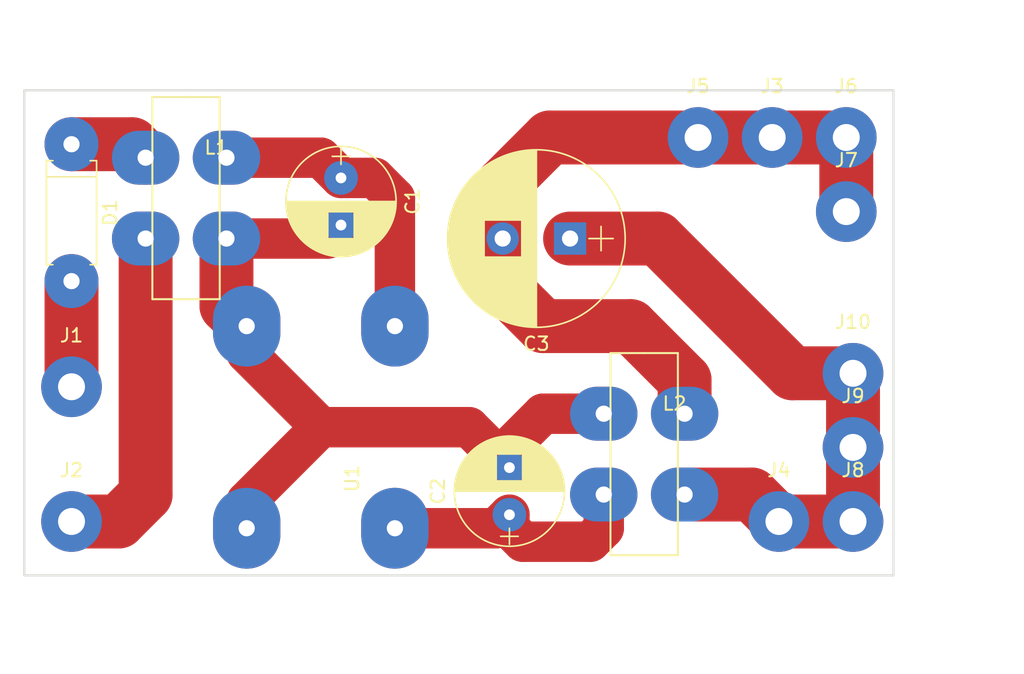
<source format=kicad_pcb>
(kicad_pcb (version 20221018) (generator pcbnew)
  (layers (0 "F.Cu" signal) (31 "B.Cu" signal) (34 "B.Paste" user) (35 "F.Paste" user) (36 "B.SilkS" user "B.Silkscreen") (37 "F.SilkS" user "F.Silkscreen") (38 "B.Mask" user) (39 "F.Mask" user) (44 "Edge.Cuts" user))
  (net 0 "")
  (net 1 "GND")
  (net 2 "Net-(C1-Pad1)")
  (net 3 "Net-(C2-Pad1)")
  (net 4 "Net-(D1-Pad2)")
  (net 5 "Net-(D1-Pad1)")
  (net 6 "Net-(J2-Pad1)")
  (net 7 "Net-(C3-Pad2)")
  (net 8 "Net-(C3-Pad1)")
  (footprint "Capacitors_THT:CP_Radial_D8.0mm_P3.50mm" (layer "F.Cu") (at 115 73 -90)
    (fp_text reference "C1" (at 1.75 -5.31 270) (layer "F.SilkS"))
    (fp_text value "CP")
    (pad "1" thru_hole circle (at 0 0 270) (size 2.5 2.5) (drill 0.8) (layers "*.Cu" "*.Mask") (net 2 "Net-(C1-Pad1)"))
    (pad "2" thru_hole circle (at 3.5 0 270) (size 2.5 2.5) (drill 0.8) (layers "*.Cu" "*.Mask") (net 1 "GND"))
  )
  (footprint "Capacitors_THT:CP_Radial_D8.0mm_P3.50mm" (layer "F.Cu") (at 127.5 98 90)
    (fp_text reference "C2" (at 1.75 -5.31 90) (layer "F.SilkS"))
    (fp_text value "CP")
    (pad "1" thru_hole circle (at 0 0 90) (size 2.5 2.5) (drill 0.8) (layers "*.Cu" "*.Mask") (net 3 "Net-(C2-Pad1)"))
    (pad "2" thru_hole circle (at 3.5 0 90) (size 2.5 2.5) (drill 0.8) (layers "*.Cu" "*.Mask") (net 1 "GND"))
  )
  (footprint "Wire_Pads:SolderWirePad_single_2mmDrill" (layer "F.Cu") (at 95 88.5)
    (fp_text reference "J1" (at 0 -3.81) (layer "F.SilkS"))
    (fp_text value "Conn_01x01")
    (pad "1" thru_hole circle (at 0 0) (size 4.50088 4.50088) (drill 1.99898) (layers "*.Cu" "*.Mask") (net 4 "Net-(D1-Pad2)"))
  )
  (footprint "Wire_Pads:SolderWirePad_single_2mmDrill" (layer "F.Cu") (at 147 70)
    (fp_text reference "J3" (at 0 -3.81) (layer "F.SilkS"))
    (fp_text value "Conn_01x01")
    (pad "1" thru_hole circle (at 0 0) (size 4.50088 4.50088) (drill 1.99898) (layers "*.Cu" "*.Mask") (net 7 "Net-(C3-Pad2)"))
  )
  (footprint "Wire_Pads:SolderWirePad_single_2mmDrill" (layer "F.Cu") (at 147.5 98.5)
    (fp_text reference "J4" (at 0 -3.81) (layer "F.SilkS"))
    (fp_text value "Conn_01x01")
    (pad "1" thru_hole circle (at 0 0) (size 4.50088 4.50088) (drill 1.99898) (layers "*.Cu" "*.Mask") (net 8 "Net-(C3-Pad1)"))
  )
  (footprint "Inductors_THT:L_CommonMode_Wuerth_WE-CMB-XS" (layer "F.Cu") (at 103.5 74.5)
    (fp_text reference "L1" (at 2.25 -3.75) (layer "F.SilkS"))
    (fp_text value "L_Core_Ferrite_Coupled")
    (pad "1" thru_hole oval (at -3 -3) (size 5 4) (drill 1.2) (layers "*.Cu" "*.Mask") (net 5 "Net-(D1-Pad1)"))
    (pad "2" thru_hole oval (at 3 -3) (size 5 4) (drill 1.2) (layers "*.Cu" "*.Mask") (net 2 "Net-(C1-Pad1)"))
    (pad "3" thru_hole oval (at -3 3) (size 5 4) (drill 1.2) (layers "*.Cu" "*.Mask") (net 6 "Net-(J2-Pad1)"))
    (pad "4" thru_hole oval (at 3 3) (size 5 4) (drill 1.2) (layers "*.Cu" "*.Mask") (net 1 "GND"))
  )
  (footprint "Inductors_THT:L_CommonMode_Wuerth_WE-CMB-XS" (layer "F.Cu") (at 137.5 93.5)
    (fp_text reference "L2" (at 2.25 -3.75) (layer "F.SilkS"))
    (fp_text value "L_Core_Ferrite_Coupled")
    (pad "1" thru_hole oval (at -3 -3) (size 5 4) (drill 1.2) (layers "*.Cu" "*.Mask") (net 1 "GND"))
    (pad "2" thru_hole oval (at 3 -3) (size 5 4) (drill 1.2) (layers "*.Cu" "*.Mask") (net 7 "Net-(C3-Pad2)"))
    (pad "3" thru_hole oval (at -3 3) (size 5 4) (drill 1.2) (layers "*.Cu" "*.Mask") (net 3 "Net-(C2-Pad1)"))
    (pad "4" thru_hole oval (at 3 3) (size 5 4) (drill 1.2) (layers "*.Cu" "*.Mask") (net 8 "Net-(C3-Pad1)"))
  )
  (footprint "Housings_DIP:DIP-4_W7.62mm" (layer "F.Cu") (at 113.5 91.5 -90)
    (fp_text reference "U1" (at 3.81 -2.33 270) (layer "F.SilkS"))
    (fp_text value "MP1584ENBB")
    (pad "1" thru_hole oval (at -7.5 -5.5 270) (size 6 5) (drill 1.2) (layers "*.Cu" "*.Mask") (net 2 "Net-(C1-Pad1)"))
    (pad "2" thru_hole oval (at -7.5 5.5 270) (size 6 5) (drill 1.2) (layers "*.Cu" "*.Mask") (net 1 "GND"))
    (pad "3" thru_hole oval (at 7.5 5.5 270) (size 6 5) (drill 1.2) (layers "*.Cu" "*.Mask") (net 1 "GND"))
    (pad "4" thru_hole oval (at 7.5 -5.5 270) (size 6 5) (drill 1.2) (layers "*.Cu" "*.Mask") (net 3 "Net-(C2-Pad1)"))
  )
  (footprint "Diodes_THT:D_DO-15_P10.16mm_Horizontal" (layer "F.Cu") (at 95 70.5 -90)
    (fp_text reference "D1" (at 5.08 -2.86 270) (layer "F.SilkS"))
    (fp_text value "D_Schottky")
    (pad "1" thru_hole circle (at 0 0 270) (size 4 4) (drill 1.2) (layers "*.Cu" "*.Mask") (net 5 "Net-(D1-Pad1)"))
    (pad "2" thru_hole circle (at 10.16 0 270) (size 4 4) (drill 1.2) (layers "*.Cu" "*.Mask") (net 4 "Net-(D1-Pad2)"))
  )
  (footprint "Wire_Pads:SolderWirePad_single_2mmDrill" (layer "F.Cu") (at 95 98.5)
    (fp_text reference "J2" (at 0 -3.81) (layer "F.SilkS"))
    (fp_text value "Conn_01x01")
    (pad "1" thru_hole circle (at 0 0) (size 4.50088 4.50088) (drill 1.99898) (layers "*.Cu" "*.Mask") (net 6 "Net-(J2-Pad1)"))
  )
  (footprint "Capacitors_THT:CP_Radial_D13.0mm_P5.00mm" (layer "F.Cu") (at 132 77.5 180)
    (fp_text reference "C3" (at 2.5 -7.81 180) (layer "F.SilkS"))
    (fp_text value "CP")
    (pad "1" thru_hole rect (at 0 0 180) (size 2.4 2.4) (drill 1.2) (layers "*.Cu" "*.Mask") (net 8 "Net-(C3-Pad1)"))
    (pad "2" thru_hole circle (at 5 0 180) (size 2.4 2.4) (drill 1.2) (layers "*.Cu" "*.Mask") (net 7 "Net-(C3-Pad2)"))
  )
  (footprint "Wire_Pads:SolderWirePad_single_2mmDrill" (layer "F.Cu") (at 141.5 70)
    (fp_text reference "J5" (at 0 -3.81) (layer "F.SilkS"))
    (fp_text value "Conn_01x01")
    (pad "1" thru_hole circle (at 0 0) (size 4.50088 4.50088) (drill 1.99898) (layers "*.Cu" "*.Mask") (net 7 "Net-(C3-Pad2)"))
  )
  (footprint "Wire_Pads:SolderWirePad_single_2mmDrill" (layer "F.Cu") (at 152.5 70)
    (fp_text reference "J6" (at 0 -3.81) (layer "F.SilkS"))
    (fp_text value "Conn_01x01")
    (pad "1" thru_hole circle (at 0 0) (size 4.50088 4.50088) (drill 1.99898) (layers "*.Cu" "*.Mask") (net 7 "Net-(C3-Pad2)"))
  )
  (footprint "Wire_Pads:SolderWirePad_single_2mmDrill" (layer "F.Cu") (at 152.5 75.5)
    (fp_text reference "J7" (at 0 -3.81) (layer "F.SilkS"))
    (fp_text value "Conn_01x01")
    (pad "1" thru_hole circle (at 0 0) (size 4.50088 4.50088) (drill 1.99898) (layers "*.Cu" "*.Mask") (net 7 "Net-(C3-Pad2)"))
  )
  (footprint "Wire_Pads:SolderWirePad_single_2mmDrill" (layer "F.Cu") (at 153 98.5)
    (fp_text reference "J8" (at 0 -3.81) (layer "F.SilkS"))
    (fp_text value "Conn_01x01")
    (pad "1" thru_hole circle (at 0 0) (size 4.50088 4.50088) (drill 1.99898) (layers "*.Cu" "*.Mask") (net 8 "Net-(C3-Pad1)"))
  )
  (footprint "Wire_Pads:SolderWirePad_single_2mmDrill" (layer "F.Cu") (at 153 93)
    (fp_text reference "J9" (at 0 -3.81) (layer "F.SilkS"))
    (fp_text value "Conn_01x01")
    (pad "1" thru_hole circle (at 0 0) (size 4.50088 4.50088) (drill 1.99898) (layers "*.Cu" "*.Mask") (net 8 "Net-(C3-Pad1)"))
  )
  (footprint "Wire_Pads:SolderWirePad_single_2mmDrill" (layer "F.Cu") (at 153 87.5)
    (fp_text reference "J10" (at 0 -3.81) (layer "F.SilkS"))
    (fp_text value "Conn_01x01")
    (pad "1" thru_hole circle (at 0 0) (size 4.50088 4.50088) (drill 1.99898) (layers "*.Cu" "*.Mask") (net 8 "Net-(C3-Pad1)"))
  )
  (gr_line (start 91.5 66.5) (end 91.5 102.5) (stroke (width 0.15)) (layer "Edge.Cuts"))
  (gr_line (start 156 66.5) (end 91.5 66.5) (stroke (width 0.15)) (layer "Edge.Cuts"))
  (gr_line (start 91.5 102.5) (end 156 102.5) (stroke (width 0.15)) (layer "Edge.Cuts"))
  (gr_line (start 156 102.5) (end 156 66.5) (stroke (width 0.15)) (layer "Edge.Cuts"))
  (segment (start 108 97) (end 113.5 91.5) (width 3) (layer "F.Cu") (net 1))
  (segment (start 114 77.5) (end 115 76.5) (width 3) (layer "F.Cu") (net 1))
  (segment (start 113.5 91.5) (end 124.5 91.5) (width 3) (layer "F.Cu") (net 1))
  (segment (start 108 84) (end 108 86) (width 3) (layer "F.Cu") (net 1))
  (segment (start 127.5 93) (end 130 90.5) (width 3) (layer "F.Cu") (net 1))
  (segment (start 106.5 77.5) (end 114 77.5) (width 3) (layer "F.Cu") (net 1))
  (segment (start 130 90.5) (end 134.5 90.5) (width 3) (layer "F.Cu") (net 1))
  (segment (start 106.5 82.5) (end 108 84) (width 4) (layer "F.Cu") (net 1))
  (segment (start 108 86) (end 113.5 91.5) (width 3) (layer "F.Cu") (net 1))
  (segment (start 106.5 77.5) (end 106.5 82.5) (width 4) (layer "F.Cu") (net 1))
  (segment (start 127.5 94.5) (end 127.5 93) (width 3) (layer "F.Cu") (net 1))
  (segment (start 108 99) (end 108 97) (width 3) (layer "F.Cu") (net 1))
  (segment (start 124.5 91.5) (end 127.5 94.5) (width 3) (layer "F.Cu") (net 1))
  (segment (start 113.5 71.5) (end 106.5 71.5) (width 3) (layer "F.Cu") (net 2))
  (segment (start 117.5 73) (end 115 73) (width 3) (layer "F.Cu") (net 2))
  (segment (start 119 74.5) (end 117.5 73) (width 3) (layer "F.Cu") (net 2))
  (segment (start 115 73) (end 113.5 71.5) (width 3) (layer "F.Cu") (net 2))
  (segment (start 119 84) (end 119 74.5) (width 3) (layer "F.Cu") (net 2))
  (segment (start 127.5 98) (end 127.5 99) (width 3) (layer "F.Cu") (net 3))
  (segment (start 126.5 99) (end 127.5 98) (width 3) (layer "F.Cu") (net 3))
  (segment (start 119 99) (end 126.5 99) (width 3) (layer "F.Cu") (net 3))
  (segment (start 127.5 99) (end 128.5 100) (width 3) (layer "F.Cu") (net 3))
  (segment (start 134.5 99) (end 134.5 96.5) (width 3) (layer "F.Cu") (net 3))
  (segment (start 133.5 100) (end 134.5 99) (width 3) (layer "F.Cu") (net 3))
  (segment (start 128.5 100) (end 133.5 100) (width 3) (layer "F.Cu") (net 3))
  (segment (start 95 80.66) (end 95 88.5) (width 4) (layer "F.Cu") (net 4))
  (segment (start 95 70.5) (end 99.5 70.5) (width 4) (layer "F.Cu") (net 5))
  (segment (start 99.5 70.5) (end 100.5 71.5) (width 4) (layer "F.Cu") (net 5))
  (segment (start 100.5 96.5) (end 98.5 98.5) (width 4) (layer "F.Cu") (net 6))
  (segment (start 98.5 98.5) (end 95 98.5) (width 4) (layer "F.Cu") (net 6))
  (segment (start 100.5 77.5) (end 100.5 96.5) (width 4) (layer "F.Cu") (net 6))
  (segment (start 152.5 70) (end 147 70) (width 4) (layer "F.Cu") (net 7))
  (segment (start 127 73.5) (end 127 77.5) (width 4) (layer "F.Cu") (net 7))
  (segment (start 147 70) (end 141.5 70) (width 4) (layer "F.Cu") (net 7))
  (segment (start 130.5 70) (end 127 73.5) (width 4) (layer "F.Cu") (net 7))
  (segment (start 140.5 90.5) (end 140.5 88) (width 4) (layer "F.Cu") (net 7))
  (segment (start 127 81) (end 127 77.5) (width 4) (layer "F.Cu") (net 7))
  (segment (start 152.5 75.5) (end 152.5 70) (width 4) (layer "F.Cu") (net 7))
  (segment (start 136.5 84) (end 130 84) (width 4) (layer "F.Cu") (net 7))
  (segment (start 141.5 70) (end 130.5 70) (width 4) (layer "F.Cu") (net 7))
  (segment (start 130 84) (end 127 81) (width 4) (layer "F.Cu") (net 7))
  (segment (start 140.5 88) (end 136.5 84) (width 4) (layer "F.Cu") (net 7))
  (segment (start 145.5 96.5) (end 147.5 98.5) (width 4) (layer "F.Cu") (net 8))
  (segment (start 132 77.5) (end 138.5 77.5) (width 4) (layer "F.Cu") (net 8))
  (segment (start 140.5 96.5) (end 145.5 96.5) (width 4) (layer "F.Cu") (net 8))
  (segment (start 153 98.5) (end 153 93) (width 4) (layer "F.Cu") (net 8))
  (segment (start 153 93) (end 153 87.5) (width 4) (layer "F.Cu") (net 8))
  (segment (start 147.5 98.5) (end 153 98.5) (width 4) (layer "F.Cu") (net 8))
  (segment (start 138.5 77.5) (end 148.5 87.5) (width 4) (layer "F.Cu") (net 8))
  (segment (start 148.5 87.5) (end 153 87.5) (width 4) (layer "F.Cu") (net 8))
)
</source>
